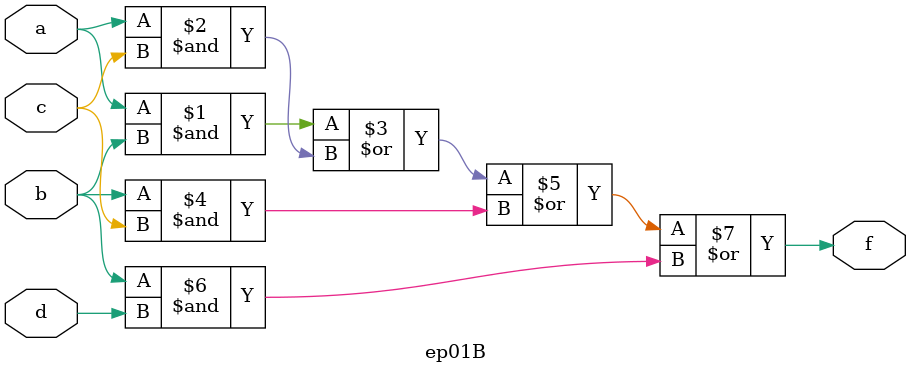
<source format=v>
module ep01B (a, b, c, d, f);
    input a, b, c, d;
    output f;

    // coloque aqui a descricao do circuito
    assign f = (a & b) | (a & c) | (b & c) | (b & d);
endmodule

</source>
